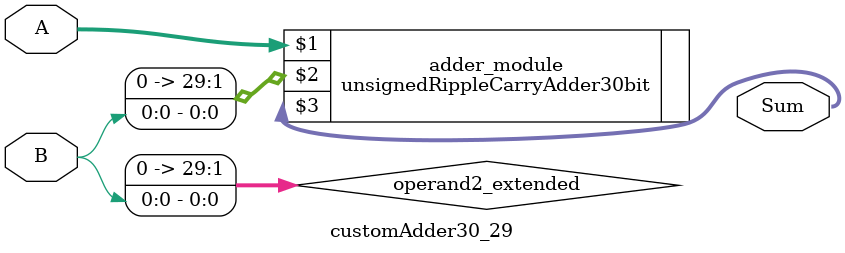
<source format=v>

module customAdder30_29(
                    input [29 : 0] A,
                    input [0 : 0] B,
                    
                    output [30 : 0] Sum
            );

    wire [29 : 0] operand2_extended;
    
    assign operand2_extended =  {29'b0, B};
    
    unsignedRippleCarryAdder30bit adder_module(
        A,
        operand2_extended,
        Sum
    );
    
endmodule
        
</source>
